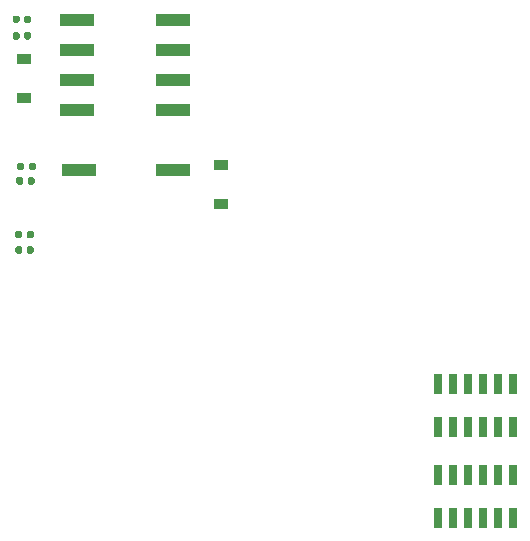
<source format=gbr>
G04 #@! TF.GenerationSoftware,KiCad,Pcbnew,5.1.6+dfsg1-1~bpo10+1*
G04 #@! TF.CreationDate,2021-06-19T16:41:40-04:00*
G04 #@! TF.ProjectId,RUSP_Daughterboard,52555350-5f44-4617-9567-68746572626f,rev?*
G04 #@! TF.SameCoordinates,Original*
G04 #@! TF.FileFunction,Paste,Bot*
G04 #@! TF.FilePolarity,Positive*
%FSLAX46Y46*%
G04 Gerber Fmt 4.6, Leading zero omitted, Abs format (unit mm)*
G04 Created by KiCad (PCBNEW 5.1.6+dfsg1-1~bpo10+1) date 2021-06-19 16:41:40*
%MOMM*%
%LPD*%
G01*
G04 APERTURE LIST*
%ADD10R,0.740000X1.675000*%
%ADD11R,1.200000X0.900000*%
%ADD12R,3.000000X1.110000*%
G04 APERTURE END LIST*
G36*
G01*
X124610000Y-96027500D02*
X124610000Y-96372500D01*
G75*
G02*
X124462500Y-96520000I-147500J0D01*
G01*
X124167500Y-96520000D01*
G75*
G02*
X124020000Y-96372500I0J147500D01*
G01*
X124020000Y-96027500D01*
G75*
G02*
X124167500Y-95880000I147500J0D01*
G01*
X124462500Y-95880000D01*
G75*
G02*
X124610000Y-96027500I0J-147500D01*
G01*
G37*
G36*
G01*
X125580000Y-96027500D02*
X125580000Y-96372500D01*
G75*
G02*
X125432500Y-96520000I-147500J0D01*
G01*
X125137500Y-96520000D01*
G75*
G02*
X124990000Y-96372500I0J147500D01*
G01*
X124990000Y-96027500D01*
G75*
G02*
X125137500Y-95880000I147500J0D01*
G01*
X125432500Y-95880000D01*
G75*
G02*
X125580000Y-96027500I0J-147500D01*
G01*
G37*
G36*
G01*
X124835000Y-114177500D02*
X124835000Y-114522500D01*
G75*
G02*
X124687500Y-114670000I-147500J0D01*
G01*
X124392500Y-114670000D01*
G75*
G02*
X124245000Y-114522500I0J147500D01*
G01*
X124245000Y-114177500D01*
G75*
G02*
X124392500Y-114030000I147500J0D01*
G01*
X124687500Y-114030000D01*
G75*
G02*
X124835000Y-114177500I0J-147500D01*
G01*
G37*
G36*
G01*
X125805000Y-114177500D02*
X125805000Y-114522500D01*
G75*
G02*
X125657500Y-114670000I-147500J0D01*
G01*
X125362500Y-114670000D01*
G75*
G02*
X125215000Y-114522500I0J147500D01*
G01*
X125215000Y-114177500D01*
G75*
G02*
X125362500Y-114030000I147500J0D01*
G01*
X125657500Y-114030000D01*
G75*
G02*
X125805000Y-114177500I0J-147500D01*
G01*
G37*
G36*
G01*
X125970000Y-107077500D02*
X125970000Y-107422500D01*
G75*
G02*
X125822500Y-107570000I-147500J0D01*
G01*
X125527500Y-107570000D01*
G75*
G02*
X125380000Y-107422500I0J147500D01*
G01*
X125380000Y-107077500D01*
G75*
G02*
X125527500Y-106930000I147500J0D01*
G01*
X125822500Y-106930000D01*
G75*
G02*
X125970000Y-107077500I0J-147500D01*
G01*
G37*
G36*
G01*
X125000000Y-107077500D02*
X125000000Y-107422500D01*
G75*
G02*
X124852500Y-107570000I-147500J0D01*
G01*
X124557500Y-107570000D01*
G75*
G02*
X124410000Y-107422500I0J147500D01*
G01*
X124410000Y-107077500D01*
G75*
G02*
X124557500Y-106930000I147500J0D01*
G01*
X124852500Y-106930000D01*
G75*
G02*
X125000000Y-107077500I0J-147500D01*
G01*
G37*
G36*
G01*
X124610000Y-94627500D02*
X124610000Y-94972500D01*
G75*
G02*
X124462500Y-95120000I-147500J0D01*
G01*
X124167500Y-95120000D01*
G75*
G02*
X124020000Y-94972500I0J147500D01*
G01*
X124020000Y-94627500D01*
G75*
G02*
X124167500Y-94480000I147500J0D01*
G01*
X124462500Y-94480000D01*
G75*
G02*
X124610000Y-94627500I0J-147500D01*
G01*
G37*
G36*
G01*
X125580000Y-94627500D02*
X125580000Y-94972500D01*
G75*
G02*
X125432500Y-95120000I-147500J0D01*
G01*
X125137500Y-95120000D01*
G75*
G02*
X124990000Y-94972500I0J147500D01*
G01*
X124990000Y-94627500D01*
G75*
G02*
X125137500Y-94480000I147500J0D01*
G01*
X125432500Y-94480000D01*
G75*
G02*
X125580000Y-94627500I0J-147500D01*
G01*
G37*
G36*
G01*
X125795000Y-112852500D02*
X125795000Y-113197500D01*
G75*
G02*
X125647500Y-113345000I-147500J0D01*
G01*
X125352500Y-113345000D01*
G75*
G02*
X125205000Y-113197500I0J147500D01*
G01*
X125205000Y-112852500D01*
G75*
G02*
X125352500Y-112705000I147500J0D01*
G01*
X125647500Y-112705000D01*
G75*
G02*
X125795000Y-112852500I0J-147500D01*
G01*
G37*
G36*
G01*
X124825000Y-112852500D02*
X124825000Y-113197500D01*
G75*
G02*
X124677500Y-113345000I-147500J0D01*
G01*
X124382500Y-113345000D01*
G75*
G02*
X124235000Y-113197500I0J147500D01*
G01*
X124235000Y-112852500D01*
G75*
G02*
X124382500Y-112705000I147500J0D01*
G01*
X124677500Y-112705000D01*
G75*
G02*
X124825000Y-112852500I0J-147500D01*
G01*
G37*
G36*
G01*
X124910000Y-108302500D02*
X124910000Y-108647500D01*
G75*
G02*
X124762500Y-108795000I-147500J0D01*
G01*
X124467500Y-108795000D01*
G75*
G02*
X124320000Y-108647500I0J147500D01*
G01*
X124320000Y-108302500D01*
G75*
G02*
X124467500Y-108155000I147500J0D01*
G01*
X124762500Y-108155000D01*
G75*
G02*
X124910000Y-108302500I0J-147500D01*
G01*
G37*
G36*
G01*
X125880000Y-108302500D02*
X125880000Y-108647500D01*
G75*
G02*
X125732500Y-108795000I-147500J0D01*
G01*
X125437500Y-108795000D01*
G75*
G02*
X125290000Y-108647500I0J147500D01*
G01*
X125290000Y-108302500D01*
G75*
G02*
X125437500Y-108155000I147500J0D01*
G01*
X125732500Y-108155000D01*
G75*
G02*
X125880000Y-108302500I0J-147500D01*
G01*
G37*
D10*
X166375000Y-125660000D03*
X166375000Y-129340000D03*
X165105000Y-125660000D03*
X165105000Y-129340000D03*
X163835000Y-125660000D03*
X163835000Y-129340000D03*
X162565000Y-125660000D03*
X162565000Y-129340000D03*
X161295000Y-125660000D03*
X161295000Y-129340000D03*
X160025000Y-129340000D03*
X160025000Y-125660000D03*
X160025000Y-133360000D03*
X160025000Y-137040000D03*
X161295000Y-137040000D03*
X161295000Y-133360000D03*
X162565000Y-137040000D03*
X162565000Y-133360000D03*
X163835000Y-137040000D03*
X163835000Y-133360000D03*
X165105000Y-137040000D03*
X165105000Y-133360000D03*
X166375000Y-137040000D03*
X166375000Y-133360000D03*
D11*
X125000000Y-101450000D03*
X125000000Y-98150000D03*
X141700000Y-110450000D03*
X141700000Y-107150000D03*
D12*
X129630000Y-107530000D03*
X129502000Y-102450000D03*
X129502000Y-99910000D03*
X129502000Y-97370000D03*
X129502000Y-94830000D03*
X137630000Y-94830000D03*
X137630000Y-97370000D03*
X137630000Y-99910000D03*
X137630000Y-102450000D03*
X137630000Y-107530000D03*
M02*

</source>
